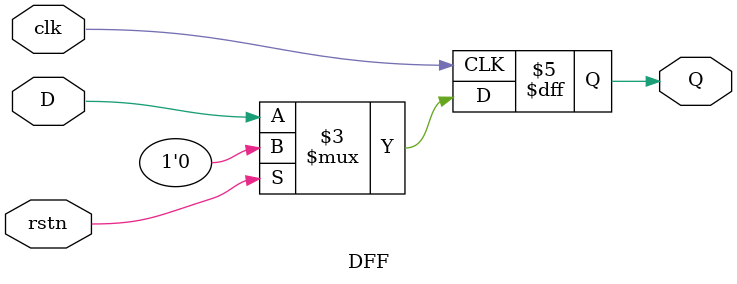
<source format=v>
module DFF(D,clk,Q,rstn);
input D; 
input clk , rstn; 
output reg Q; 
always @(posedge clk) 
begin
	if(rstn) Q <= 0;
	else Q <= D; 
end 
endmodule

</source>
